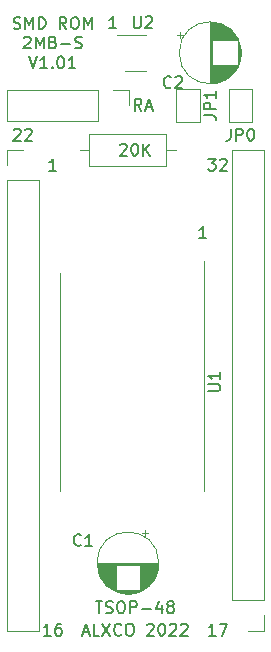
<source format=gbr>
%TF.GenerationSoftware,KiCad,Pcbnew,(5.1.7)-1*%
%TF.CreationDate,2022-07-11T22:21:29-03:00*%
%TF.ProjectId,ROMboard,524f4d62-6f61-4726-942e-6b696361645f,rev?*%
%TF.SameCoordinates,Original*%
%TF.FileFunction,Legend,Top*%
%TF.FilePolarity,Positive*%
%FSLAX46Y46*%
G04 Gerber Fmt 4.6, Leading zero omitted, Abs format (unit mm)*
G04 Created by KiCad (PCBNEW (5.1.7)-1) date 2022-07-11 22:21:29*
%MOMM*%
%LPD*%
G01*
G04 APERTURE LIST*
%ADD10C,0.150000*%
%ADD11C,0.120000*%
%ADD12C,0.100000*%
G04 APERTURE END LIST*
D10*
X38385714Y-44267380D02*
X37814285Y-44267380D01*
X38100000Y-44267380D02*
X38100000Y-43267380D01*
X38004761Y-43410238D01*
X37909523Y-43505476D01*
X37814285Y-43553095D01*
X38718095Y-54157619D02*
X38765714Y-54110000D01*
X38860952Y-54062380D01*
X39099047Y-54062380D01*
X39194285Y-54110000D01*
X39241904Y-54157619D01*
X39289523Y-54252857D01*
X39289523Y-54348095D01*
X39241904Y-54490952D01*
X38670476Y-55062380D01*
X39289523Y-55062380D01*
X39908571Y-54062380D02*
X40003809Y-54062380D01*
X40099047Y-54110000D01*
X40146666Y-54157619D01*
X40194285Y-54252857D01*
X40241904Y-54443333D01*
X40241904Y-54681428D01*
X40194285Y-54871904D01*
X40146666Y-54967142D01*
X40099047Y-55014761D01*
X40003809Y-55062380D01*
X39908571Y-55062380D01*
X39813333Y-55014761D01*
X39765714Y-54967142D01*
X39718095Y-54871904D01*
X39670476Y-54681428D01*
X39670476Y-54443333D01*
X39718095Y-54252857D01*
X39765714Y-54157619D01*
X39813333Y-54110000D01*
X39908571Y-54062380D01*
X40670476Y-55062380D02*
X40670476Y-54062380D01*
X41241904Y-55062380D02*
X40813333Y-54490952D01*
X41241904Y-54062380D02*
X40670476Y-54633809D01*
X35576428Y-95416666D02*
X36052619Y-95416666D01*
X35481190Y-95702380D02*
X35814523Y-94702380D01*
X36147857Y-95702380D01*
X36957380Y-95702380D02*
X36481190Y-95702380D01*
X36481190Y-94702380D01*
X37195476Y-94702380D02*
X37862142Y-95702380D01*
X37862142Y-94702380D02*
X37195476Y-95702380D01*
X38814523Y-95607142D02*
X38766904Y-95654761D01*
X38624047Y-95702380D01*
X38528809Y-95702380D01*
X38385952Y-95654761D01*
X38290714Y-95559523D01*
X38243095Y-95464285D01*
X38195476Y-95273809D01*
X38195476Y-95130952D01*
X38243095Y-94940476D01*
X38290714Y-94845238D01*
X38385952Y-94750000D01*
X38528809Y-94702380D01*
X38624047Y-94702380D01*
X38766904Y-94750000D01*
X38814523Y-94797619D01*
X39433571Y-94702380D02*
X39624047Y-94702380D01*
X39719285Y-94750000D01*
X39814523Y-94845238D01*
X39862142Y-95035714D01*
X39862142Y-95369047D01*
X39814523Y-95559523D01*
X39719285Y-95654761D01*
X39624047Y-95702380D01*
X39433571Y-95702380D01*
X39338333Y-95654761D01*
X39243095Y-95559523D01*
X39195476Y-95369047D01*
X39195476Y-95035714D01*
X39243095Y-94845238D01*
X39338333Y-94750000D01*
X39433571Y-94702380D01*
X41005000Y-94797619D02*
X41052619Y-94750000D01*
X41147857Y-94702380D01*
X41385952Y-94702380D01*
X41481190Y-94750000D01*
X41528809Y-94797619D01*
X41576428Y-94892857D01*
X41576428Y-94988095D01*
X41528809Y-95130952D01*
X40957380Y-95702380D01*
X41576428Y-95702380D01*
X42195476Y-94702380D02*
X42290714Y-94702380D01*
X42385952Y-94750000D01*
X42433571Y-94797619D01*
X42481190Y-94892857D01*
X42528809Y-95083333D01*
X42528809Y-95321428D01*
X42481190Y-95511904D01*
X42433571Y-95607142D01*
X42385952Y-95654761D01*
X42290714Y-95702380D01*
X42195476Y-95702380D01*
X42100238Y-95654761D01*
X42052619Y-95607142D01*
X42005000Y-95511904D01*
X41957380Y-95321428D01*
X41957380Y-95083333D01*
X42005000Y-94892857D01*
X42052619Y-94797619D01*
X42100238Y-94750000D01*
X42195476Y-94702380D01*
X42909761Y-94797619D02*
X42957380Y-94750000D01*
X43052619Y-94702380D01*
X43290714Y-94702380D01*
X43385952Y-94750000D01*
X43433571Y-94797619D01*
X43481190Y-94892857D01*
X43481190Y-94988095D01*
X43433571Y-95130952D01*
X42862142Y-95702380D01*
X43481190Y-95702380D01*
X43862142Y-94797619D02*
X43909761Y-94750000D01*
X44005000Y-94702380D01*
X44243095Y-94702380D01*
X44338333Y-94750000D01*
X44385952Y-94797619D01*
X44433571Y-94892857D01*
X44433571Y-94988095D01*
X44385952Y-95130952D01*
X43814523Y-95702380D01*
X44433571Y-95702380D01*
X31020000Y-46672380D02*
X31353333Y-47672380D01*
X31686666Y-46672380D01*
X32543809Y-47672380D02*
X31972380Y-47672380D01*
X32258095Y-47672380D02*
X32258095Y-46672380D01*
X32162857Y-46815238D01*
X32067619Y-46910476D01*
X31972380Y-46958095D01*
X32972380Y-47577142D02*
X33019999Y-47624761D01*
X32972380Y-47672380D01*
X32924761Y-47624761D01*
X32972380Y-47577142D01*
X32972380Y-47672380D01*
X33639047Y-46672380D02*
X33734285Y-46672380D01*
X33829523Y-46720000D01*
X33877142Y-46767619D01*
X33924761Y-46862857D01*
X33972380Y-47053333D01*
X33972380Y-47291428D01*
X33924761Y-47481904D01*
X33877142Y-47577142D01*
X33829523Y-47624761D01*
X33734285Y-47672380D01*
X33639047Y-47672380D01*
X33543809Y-47624761D01*
X33496190Y-47577142D01*
X33448571Y-47481904D01*
X33400952Y-47291428D01*
X33400952Y-47053333D01*
X33448571Y-46862857D01*
X33496190Y-46767619D01*
X33543809Y-46720000D01*
X33639047Y-46672380D01*
X34924761Y-47672380D02*
X34353333Y-47672380D01*
X34639047Y-47672380D02*
X34639047Y-46672380D01*
X34543809Y-46815238D01*
X34448571Y-46910476D01*
X34353333Y-46958095D01*
X36647857Y-92797380D02*
X37219285Y-92797380D01*
X36933571Y-93797380D02*
X36933571Y-92797380D01*
X37505000Y-93749761D02*
X37647857Y-93797380D01*
X37885952Y-93797380D01*
X37981190Y-93749761D01*
X38028809Y-93702142D01*
X38076428Y-93606904D01*
X38076428Y-93511666D01*
X38028809Y-93416428D01*
X37981190Y-93368809D01*
X37885952Y-93321190D01*
X37695476Y-93273571D01*
X37600238Y-93225952D01*
X37552619Y-93178333D01*
X37505000Y-93083095D01*
X37505000Y-92987857D01*
X37552619Y-92892619D01*
X37600238Y-92845000D01*
X37695476Y-92797380D01*
X37933571Y-92797380D01*
X38076428Y-92845000D01*
X38695476Y-92797380D02*
X38885952Y-92797380D01*
X38981190Y-92845000D01*
X39076428Y-92940238D01*
X39124047Y-93130714D01*
X39124047Y-93464047D01*
X39076428Y-93654523D01*
X38981190Y-93749761D01*
X38885952Y-93797380D01*
X38695476Y-93797380D01*
X38600238Y-93749761D01*
X38505000Y-93654523D01*
X38457380Y-93464047D01*
X38457380Y-93130714D01*
X38505000Y-92940238D01*
X38600238Y-92845000D01*
X38695476Y-92797380D01*
X39552619Y-93797380D02*
X39552619Y-92797380D01*
X39933571Y-92797380D01*
X40028809Y-92845000D01*
X40076428Y-92892619D01*
X40124047Y-92987857D01*
X40124047Y-93130714D01*
X40076428Y-93225952D01*
X40028809Y-93273571D01*
X39933571Y-93321190D01*
X39552619Y-93321190D01*
X40552619Y-93416428D02*
X41314523Y-93416428D01*
X42219285Y-93130714D02*
X42219285Y-93797380D01*
X41981190Y-92749761D02*
X41743095Y-93464047D01*
X42362142Y-93464047D01*
X42885952Y-93225952D02*
X42790714Y-93178333D01*
X42743095Y-93130714D01*
X42695476Y-93035476D01*
X42695476Y-92987857D01*
X42743095Y-92892619D01*
X42790714Y-92845000D01*
X42885952Y-92797380D01*
X43076428Y-92797380D01*
X43171666Y-92845000D01*
X43219285Y-92892619D01*
X43266904Y-92987857D01*
X43266904Y-93035476D01*
X43219285Y-93130714D01*
X43171666Y-93178333D01*
X43076428Y-93225952D01*
X42885952Y-93225952D01*
X42790714Y-93273571D01*
X42743095Y-93321190D01*
X42695476Y-93416428D01*
X42695476Y-93606904D01*
X42743095Y-93702142D01*
X42790714Y-93749761D01*
X42885952Y-93797380D01*
X43076428Y-93797380D01*
X43171666Y-93749761D01*
X43219285Y-93702142D01*
X43266904Y-93606904D01*
X43266904Y-93416428D01*
X43219285Y-93321190D01*
X43171666Y-93273571D01*
X43076428Y-93225952D01*
X40520952Y-51252380D02*
X40187619Y-50776190D01*
X39949523Y-51252380D02*
X39949523Y-50252380D01*
X40330476Y-50252380D01*
X40425714Y-50300000D01*
X40473333Y-50347619D01*
X40520952Y-50442857D01*
X40520952Y-50585714D01*
X40473333Y-50680952D01*
X40425714Y-50728571D01*
X40330476Y-50776190D01*
X39949523Y-50776190D01*
X40901904Y-50966666D02*
X41378095Y-50966666D01*
X40806666Y-51252380D02*
X41140000Y-50252380D01*
X41473333Y-51252380D01*
X29718095Y-52887619D02*
X29765714Y-52840000D01*
X29860952Y-52792380D01*
X30099047Y-52792380D01*
X30194285Y-52840000D01*
X30241904Y-52887619D01*
X30289523Y-52982857D01*
X30289523Y-53078095D01*
X30241904Y-53220952D01*
X29670476Y-53792380D01*
X30289523Y-53792380D01*
X30670476Y-52887619D02*
X30718095Y-52840000D01*
X30813333Y-52792380D01*
X31051428Y-52792380D01*
X31146666Y-52840000D01*
X31194285Y-52887619D01*
X31241904Y-52982857D01*
X31241904Y-53078095D01*
X31194285Y-53220952D01*
X30622857Y-53792380D01*
X31241904Y-53792380D01*
X46005714Y-62047380D02*
X45434285Y-62047380D01*
X45720000Y-62047380D02*
X45720000Y-61047380D01*
X45624761Y-61190238D01*
X45529523Y-61285476D01*
X45434285Y-61333095D01*
X46799523Y-95702380D02*
X46228095Y-95702380D01*
X46513809Y-95702380D02*
X46513809Y-94702380D01*
X46418571Y-94845238D01*
X46323333Y-94940476D01*
X46228095Y-94988095D01*
X47132857Y-94702380D02*
X47799523Y-94702380D01*
X47370952Y-95702380D01*
X32829523Y-95702380D02*
X32258095Y-95702380D01*
X32543809Y-95702380D02*
X32543809Y-94702380D01*
X32448571Y-94845238D01*
X32353333Y-94940476D01*
X32258095Y-94988095D01*
X33686666Y-94702380D02*
X33496190Y-94702380D01*
X33400952Y-94750000D01*
X33353333Y-94797619D01*
X33258095Y-94940476D01*
X33210476Y-95130952D01*
X33210476Y-95511904D01*
X33258095Y-95607142D01*
X33305714Y-95654761D01*
X33400952Y-95702380D01*
X33591428Y-95702380D01*
X33686666Y-95654761D01*
X33734285Y-95607142D01*
X33781904Y-95511904D01*
X33781904Y-95273809D01*
X33734285Y-95178571D01*
X33686666Y-95130952D01*
X33591428Y-95083333D01*
X33400952Y-95083333D01*
X33305714Y-95130952D01*
X33258095Y-95178571D01*
X33210476Y-95273809D01*
X46180476Y-55332380D02*
X46799523Y-55332380D01*
X46466190Y-55713333D01*
X46609047Y-55713333D01*
X46704285Y-55760952D01*
X46751904Y-55808571D01*
X46799523Y-55903809D01*
X46799523Y-56141904D01*
X46751904Y-56237142D01*
X46704285Y-56284761D01*
X46609047Y-56332380D01*
X46323333Y-56332380D01*
X46228095Y-56284761D01*
X46180476Y-56237142D01*
X47180476Y-55427619D02*
X47228095Y-55380000D01*
X47323333Y-55332380D01*
X47561428Y-55332380D01*
X47656666Y-55380000D01*
X47704285Y-55427619D01*
X47751904Y-55522857D01*
X47751904Y-55618095D01*
X47704285Y-55760952D01*
X47132857Y-56332380D01*
X47751904Y-56332380D01*
X33305714Y-56332380D02*
X32734285Y-56332380D01*
X33020000Y-56332380D02*
X33020000Y-55332380D01*
X32924761Y-55475238D01*
X32829523Y-55570476D01*
X32734285Y-55618095D01*
X29686666Y-44283761D02*
X29829523Y-44331380D01*
X30067619Y-44331380D01*
X30162857Y-44283761D01*
X30210476Y-44236142D01*
X30258095Y-44140904D01*
X30258095Y-44045666D01*
X30210476Y-43950428D01*
X30162857Y-43902809D01*
X30067619Y-43855190D01*
X29877142Y-43807571D01*
X29781904Y-43759952D01*
X29734285Y-43712333D01*
X29686666Y-43617095D01*
X29686666Y-43521857D01*
X29734285Y-43426619D01*
X29781904Y-43379000D01*
X29877142Y-43331380D01*
X30115238Y-43331380D01*
X30258095Y-43379000D01*
X30686666Y-44331380D02*
X30686666Y-43331380D01*
X31020000Y-44045666D01*
X31353333Y-43331380D01*
X31353333Y-44331380D01*
X31829523Y-44331380D02*
X31829523Y-43331380D01*
X32067619Y-43331380D01*
X32210476Y-43379000D01*
X32305714Y-43474238D01*
X32353333Y-43569476D01*
X32400952Y-43759952D01*
X32400952Y-43902809D01*
X32353333Y-44093285D01*
X32305714Y-44188523D01*
X32210476Y-44283761D01*
X32067619Y-44331380D01*
X31829523Y-44331380D01*
X34162857Y-44331380D02*
X33829523Y-43855190D01*
X33591428Y-44331380D02*
X33591428Y-43331380D01*
X33972380Y-43331380D01*
X34067619Y-43379000D01*
X34115238Y-43426619D01*
X34162857Y-43521857D01*
X34162857Y-43664714D01*
X34115238Y-43759952D01*
X34067619Y-43807571D01*
X33972380Y-43855190D01*
X33591428Y-43855190D01*
X34781904Y-43331380D02*
X34972380Y-43331380D01*
X35067619Y-43379000D01*
X35162857Y-43474238D01*
X35210476Y-43664714D01*
X35210476Y-43998047D01*
X35162857Y-44188523D01*
X35067619Y-44283761D01*
X34972380Y-44331380D01*
X34781904Y-44331380D01*
X34686666Y-44283761D01*
X34591428Y-44188523D01*
X34543809Y-43998047D01*
X34543809Y-43664714D01*
X34591428Y-43474238D01*
X34686666Y-43379000D01*
X34781904Y-43331380D01*
X35639047Y-44331380D02*
X35639047Y-43331380D01*
X35972380Y-44045666D01*
X36305714Y-43331380D01*
X36305714Y-44331380D01*
X30567619Y-45076619D02*
X30615238Y-45029000D01*
X30710476Y-44981380D01*
X30948571Y-44981380D01*
X31043809Y-45029000D01*
X31091428Y-45076619D01*
X31139047Y-45171857D01*
X31139047Y-45267095D01*
X31091428Y-45409952D01*
X30520000Y-45981380D01*
X31139047Y-45981380D01*
X31567619Y-45981380D02*
X31567619Y-44981380D01*
X31900952Y-45695666D01*
X32234285Y-44981380D01*
X32234285Y-45981380D01*
X33043809Y-45457571D02*
X33186666Y-45505190D01*
X33234285Y-45552809D01*
X33281904Y-45648047D01*
X33281904Y-45790904D01*
X33234285Y-45886142D01*
X33186666Y-45933761D01*
X33091428Y-45981380D01*
X32710476Y-45981380D01*
X32710476Y-44981380D01*
X33043809Y-44981380D01*
X33139047Y-45029000D01*
X33186666Y-45076619D01*
X33234285Y-45171857D01*
X33234285Y-45267095D01*
X33186666Y-45362333D01*
X33139047Y-45409952D01*
X33043809Y-45457571D01*
X32710476Y-45457571D01*
X33710476Y-45600428D02*
X34472380Y-45600428D01*
X34900952Y-45933761D02*
X35043809Y-45981380D01*
X35281904Y-45981380D01*
X35377142Y-45933761D01*
X35424761Y-45886142D01*
X35472380Y-45790904D01*
X35472380Y-45695666D01*
X35424761Y-45600428D01*
X35377142Y-45552809D01*
X35281904Y-45505190D01*
X35091428Y-45457571D01*
X34996190Y-45409952D01*
X34948571Y-45362333D01*
X34900952Y-45267095D01*
X34900952Y-45171857D01*
X34948571Y-45076619D01*
X34996190Y-45029000D01*
X35091428Y-44981380D01*
X35329523Y-44981380D01*
X35472380Y-45029000D01*
D11*
%TO.C,C2*%
X43780225Y-44630000D02*
X43780225Y-45130000D01*
X43530225Y-44880000D02*
X44030225Y-44880000D01*
X48936000Y-46071000D02*
X48936000Y-46639000D01*
X48896000Y-45837000D02*
X48896000Y-46873000D01*
X48856000Y-45678000D02*
X48856000Y-47032000D01*
X48816000Y-45550000D02*
X48816000Y-47160000D01*
X48776000Y-45440000D02*
X48776000Y-47270000D01*
X48736000Y-45344000D02*
X48736000Y-47366000D01*
X48696000Y-45257000D02*
X48696000Y-47453000D01*
X48656000Y-45177000D02*
X48656000Y-47533000D01*
X48616000Y-47395000D02*
X48616000Y-47606000D01*
X48616000Y-45104000D02*
X48616000Y-45315000D01*
X48576000Y-47395000D02*
X48576000Y-47674000D01*
X48576000Y-45036000D02*
X48576000Y-45315000D01*
X48536000Y-47395000D02*
X48536000Y-47738000D01*
X48536000Y-44972000D02*
X48536000Y-45315000D01*
X48496000Y-47395000D02*
X48496000Y-47798000D01*
X48496000Y-44912000D02*
X48496000Y-45315000D01*
X48456000Y-47395000D02*
X48456000Y-47855000D01*
X48456000Y-44855000D02*
X48456000Y-45315000D01*
X48416000Y-47395000D02*
X48416000Y-47909000D01*
X48416000Y-44801000D02*
X48416000Y-45315000D01*
X48376000Y-47395000D02*
X48376000Y-47960000D01*
X48376000Y-44750000D02*
X48376000Y-45315000D01*
X48336000Y-47395000D02*
X48336000Y-48008000D01*
X48336000Y-44702000D02*
X48336000Y-45315000D01*
X48296000Y-47395000D02*
X48296000Y-48054000D01*
X48296000Y-44656000D02*
X48296000Y-45315000D01*
X48256000Y-47395000D02*
X48256000Y-48098000D01*
X48256000Y-44612000D02*
X48256000Y-45315000D01*
X48216000Y-47395000D02*
X48216000Y-48140000D01*
X48216000Y-44570000D02*
X48216000Y-45315000D01*
X48176000Y-47395000D02*
X48176000Y-48181000D01*
X48176000Y-44529000D02*
X48176000Y-45315000D01*
X48136000Y-47395000D02*
X48136000Y-48219000D01*
X48136000Y-44491000D02*
X48136000Y-45315000D01*
X48096000Y-47395000D02*
X48096000Y-48256000D01*
X48096000Y-44454000D02*
X48096000Y-45315000D01*
X48056000Y-47395000D02*
X48056000Y-48292000D01*
X48056000Y-44418000D02*
X48056000Y-45315000D01*
X48016000Y-47395000D02*
X48016000Y-48326000D01*
X48016000Y-44384000D02*
X48016000Y-45315000D01*
X47976000Y-47395000D02*
X47976000Y-48359000D01*
X47976000Y-44351000D02*
X47976000Y-45315000D01*
X47936000Y-47395000D02*
X47936000Y-48390000D01*
X47936000Y-44320000D02*
X47936000Y-45315000D01*
X47896000Y-47395000D02*
X47896000Y-48420000D01*
X47896000Y-44290000D02*
X47896000Y-45315000D01*
X47856000Y-47395000D02*
X47856000Y-48450000D01*
X47856000Y-44260000D02*
X47856000Y-45315000D01*
X47816000Y-47395000D02*
X47816000Y-48477000D01*
X47816000Y-44233000D02*
X47816000Y-45315000D01*
X47776000Y-47395000D02*
X47776000Y-48504000D01*
X47776000Y-44206000D02*
X47776000Y-45315000D01*
X47736000Y-47395000D02*
X47736000Y-48530000D01*
X47736000Y-44180000D02*
X47736000Y-45315000D01*
X47696000Y-47395000D02*
X47696000Y-48555000D01*
X47696000Y-44155000D02*
X47696000Y-45315000D01*
X47656000Y-47395000D02*
X47656000Y-48579000D01*
X47656000Y-44131000D02*
X47656000Y-45315000D01*
X47616000Y-47395000D02*
X47616000Y-48602000D01*
X47616000Y-44108000D02*
X47616000Y-45315000D01*
X47576000Y-47395000D02*
X47576000Y-48623000D01*
X47576000Y-44087000D02*
X47576000Y-45315000D01*
X47536000Y-47395000D02*
X47536000Y-48645000D01*
X47536000Y-44065000D02*
X47536000Y-45315000D01*
X47496000Y-47395000D02*
X47496000Y-48665000D01*
X47496000Y-44045000D02*
X47496000Y-45315000D01*
X47456000Y-47395000D02*
X47456000Y-48684000D01*
X47456000Y-44026000D02*
X47456000Y-45315000D01*
X47416000Y-47395000D02*
X47416000Y-48703000D01*
X47416000Y-44007000D02*
X47416000Y-45315000D01*
X47376000Y-47395000D02*
X47376000Y-48720000D01*
X47376000Y-43990000D02*
X47376000Y-45315000D01*
X47336000Y-47395000D02*
X47336000Y-48737000D01*
X47336000Y-43973000D02*
X47336000Y-45315000D01*
X47296000Y-47395000D02*
X47296000Y-48753000D01*
X47296000Y-43957000D02*
X47296000Y-45315000D01*
X47256000Y-47395000D02*
X47256000Y-48769000D01*
X47256000Y-43941000D02*
X47256000Y-45315000D01*
X47216000Y-47395000D02*
X47216000Y-48783000D01*
X47216000Y-43927000D02*
X47216000Y-45315000D01*
X47176000Y-47395000D02*
X47176000Y-48797000D01*
X47176000Y-43913000D02*
X47176000Y-45315000D01*
X47136000Y-47395000D02*
X47136000Y-48810000D01*
X47136000Y-43900000D02*
X47136000Y-45315000D01*
X47096000Y-47395000D02*
X47096000Y-48823000D01*
X47096000Y-43887000D02*
X47096000Y-45315000D01*
X47056000Y-47395000D02*
X47056000Y-48835000D01*
X47056000Y-43875000D02*
X47056000Y-45315000D01*
X47015000Y-47395000D02*
X47015000Y-48846000D01*
X47015000Y-43864000D02*
X47015000Y-45315000D01*
X46975000Y-47395000D02*
X46975000Y-48856000D01*
X46975000Y-43854000D02*
X46975000Y-45315000D01*
X46935000Y-47395000D02*
X46935000Y-48866000D01*
X46935000Y-43844000D02*
X46935000Y-45315000D01*
X46895000Y-47395000D02*
X46895000Y-48875000D01*
X46895000Y-43835000D02*
X46895000Y-45315000D01*
X46855000Y-47395000D02*
X46855000Y-48883000D01*
X46855000Y-43827000D02*
X46855000Y-45315000D01*
X46815000Y-47395000D02*
X46815000Y-48891000D01*
X46815000Y-43819000D02*
X46815000Y-45315000D01*
X46775000Y-47395000D02*
X46775000Y-48898000D01*
X46775000Y-43812000D02*
X46775000Y-45315000D01*
X46735000Y-47395000D02*
X46735000Y-48905000D01*
X46735000Y-43805000D02*
X46735000Y-45315000D01*
X46695000Y-47395000D02*
X46695000Y-48911000D01*
X46695000Y-43799000D02*
X46695000Y-45315000D01*
X46655000Y-47395000D02*
X46655000Y-48916000D01*
X46655000Y-43794000D02*
X46655000Y-45315000D01*
X46615000Y-47395000D02*
X46615000Y-48920000D01*
X46615000Y-43790000D02*
X46615000Y-45315000D01*
X46575000Y-47395000D02*
X46575000Y-48924000D01*
X46575000Y-43786000D02*
X46575000Y-45315000D01*
X46535000Y-43782000D02*
X46535000Y-48928000D01*
X46495000Y-43779000D02*
X46495000Y-48931000D01*
X46455000Y-43777000D02*
X46455000Y-48933000D01*
X46415000Y-43776000D02*
X46415000Y-48934000D01*
X46375000Y-43775000D02*
X46375000Y-48935000D01*
X46335000Y-43775000D02*
X46335000Y-48935000D01*
X48955000Y-46355000D02*
G75*
G03*
X48955000Y-46355000I-2620000J0D01*
G01*
%TO.C,U2*%
X40885000Y-44845000D02*
X38455000Y-44845000D01*
X39125000Y-47915000D02*
X40885000Y-47915000D01*
%TO.C,JP1*%
X45450000Y-49400000D02*
X45450000Y-52200000D01*
X45450000Y-52200000D02*
X43450000Y-52200000D01*
X43450000Y-52200000D02*
X43450000Y-49400000D01*
X43450000Y-49400000D02*
X45450000Y-49400000D01*
%TO.C,JP0*%
X49895000Y-49385000D02*
X49895000Y-52185000D01*
X49895000Y-52185000D02*
X47895000Y-52185000D01*
X47895000Y-52185000D02*
X47895000Y-49385000D01*
X47895000Y-49385000D02*
X49895000Y-49385000D01*
%TO.C,C1*%
X41095000Y-87000225D02*
X40595000Y-87000225D01*
X40845000Y-86750225D02*
X40845000Y-87250225D01*
X39654000Y-92156000D02*
X39086000Y-92156000D01*
X39888000Y-92116000D02*
X38852000Y-92116000D01*
X40047000Y-92076000D02*
X38693000Y-92076000D01*
X40175000Y-92036000D02*
X38565000Y-92036000D01*
X40285000Y-91996000D02*
X38455000Y-91996000D01*
X40381000Y-91956000D02*
X38359000Y-91956000D01*
X40468000Y-91916000D02*
X38272000Y-91916000D01*
X40548000Y-91876000D02*
X38192000Y-91876000D01*
X38330000Y-91836000D02*
X38119000Y-91836000D01*
X40621000Y-91836000D02*
X40410000Y-91836000D01*
X38330000Y-91796000D02*
X38051000Y-91796000D01*
X40689000Y-91796000D02*
X40410000Y-91796000D01*
X38330000Y-91756000D02*
X37987000Y-91756000D01*
X40753000Y-91756000D02*
X40410000Y-91756000D01*
X38330000Y-91716000D02*
X37927000Y-91716000D01*
X40813000Y-91716000D02*
X40410000Y-91716000D01*
X38330000Y-91676000D02*
X37870000Y-91676000D01*
X40870000Y-91676000D02*
X40410000Y-91676000D01*
X38330000Y-91636000D02*
X37816000Y-91636000D01*
X40924000Y-91636000D02*
X40410000Y-91636000D01*
X38330000Y-91596000D02*
X37765000Y-91596000D01*
X40975000Y-91596000D02*
X40410000Y-91596000D01*
X38330000Y-91556000D02*
X37717000Y-91556000D01*
X41023000Y-91556000D02*
X40410000Y-91556000D01*
X38330000Y-91516000D02*
X37671000Y-91516000D01*
X41069000Y-91516000D02*
X40410000Y-91516000D01*
X38330000Y-91476000D02*
X37627000Y-91476000D01*
X41113000Y-91476000D02*
X40410000Y-91476000D01*
X38330000Y-91436000D02*
X37585000Y-91436000D01*
X41155000Y-91436000D02*
X40410000Y-91436000D01*
X38330000Y-91396000D02*
X37544000Y-91396000D01*
X41196000Y-91396000D02*
X40410000Y-91396000D01*
X38330000Y-91356000D02*
X37506000Y-91356000D01*
X41234000Y-91356000D02*
X40410000Y-91356000D01*
X38330000Y-91316000D02*
X37469000Y-91316000D01*
X41271000Y-91316000D02*
X40410000Y-91316000D01*
X38330000Y-91276000D02*
X37433000Y-91276000D01*
X41307000Y-91276000D02*
X40410000Y-91276000D01*
X38330000Y-91236000D02*
X37399000Y-91236000D01*
X41341000Y-91236000D02*
X40410000Y-91236000D01*
X38330000Y-91196000D02*
X37366000Y-91196000D01*
X41374000Y-91196000D02*
X40410000Y-91196000D01*
X38330000Y-91156000D02*
X37335000Y-91156000D01*
X41405000Y-91156000D02*
X40410000Y-91156000D01*
X38330000Y-91116000D02*
X37305000Y-91116000D01*
X41435000Y-91116000D02*
X40410000Y-91116000D01*
X38330000Y-91076000D02*
X37275000Y-91076000D01*
X41465000Y-91076000D02*
X40410000Y-91076000D01*
X38330000Y-91036000D02*
X37248000Y-91036000D01*
X41492000Y-91036000D02*
X40410000Y-91036000D01*
X38330000Y-90996000D02*
X37221000Y-90996000D01*
X41519000Y-90996000D02*
X40410000Y-90996000D01*
X38330000Y-90956000D02*
X37195000Y-90956000D01*
X41545000Y-90956000D02*
X40410000Y-90956000D01*
X38330000Y-90916000D02*
X37170000Y-90916000D01*
X41570000Y-90916000D02*
X40410000Y-90916000D01*
X38330000Y-90876000D02*
X37146000Y-90876000D01*
X41594000Y-90876000D02*
X40410000Y-90876000D01*
X38330000Y-90836000D02*
X37123000Y-90836000D01*
X41617000Y-90836000D02*
X40410000Y-90836000D01*
X38330000Y-90796000D02*
X37102000Y-90796000D01*
X41638000Y-90796000D02*
X40410000Y-90796000D01*
X38330000Y-90756000D02*
X37080000Y-90756000D01*
X41660000Y-90756000D02*
X40410000Y-90756000D01*
X38330000Y-90716000D02*
X37060000Y-90716000D01*
X41680000Y-90716000D02*
X40410000Y-90716000D01*
X38330000Y-90676000D02*
X37041000Y-90676000D01*
X41699000Y-90676000D02*
X40410000Y-90676000D01*
X38330000Y-90636000D02*
X37022000Y-90636000D01*
X41718000Y-90636000D02*
X40410000Y-90636000D01*
X38330000Y-90596000D02*
X37005000Y-90596000D01*
X41735000Y-90596000D02*
X40410000Y-90596000D01*
X38330000Y-90556000D02*
X36988000Y-90556000D01*
X41752000Y-90556000D02*
X40410000Y-90556000D01*
X38330000Y-90516000D02*
X36972000Y-90516000D01*
X41768000Y-90516000D02*
X40410000Y-90516000D01*
X38330000Y-90476000D02*
X36956000Y-90476000D01*
X41784000Y-90476000D02*
X40410000Y-90476000D01*
X38330000Y-90436000D02*
X36942000Y-90436000D01*
X41798000Y-90436000D02*
X40410000Y-90436000D01*
X38330000Y-90396000D02*
X36928000Y-90396000D01*
X41812000Y-90396000D02*
X40410000Y-90396000D01*
X38330000Y-90356000D02*
X36915000Y-90356000D01*
X41825000Y-90356000D02*
X40410000Y-90356000D01*
X38330000Y-90316000D02*
X36902000Y-90316000D01*
X41838000Y-90316000D02*
X40410000Y-90316000D01*
X38330000Y-90276000D02*
X36890000Y-90276000D01*
X41850000Y-90276000D02*
X40410000Y-90276000D01*
X38330000Y-90235000D02*
X36879000Y-90235000D01*
X41861000Y-90235000D02*
X40410000Y-90235000D01*
X38330000Y-90195000D02*
X36869000Y-90195000D01*
X41871000Y-90195000D02*
X40410000Y-90195000D01*
X38330000Y-90155000D02*
X36859000Y-90155000D01*
X41881000Y-90155000D02*
X40410000Y-90155000D01*
X38330000Y-90115000D02*
X36850000Y-90115000D01*
X41890000Y-90115000D02*
X40410000Y-90115000D01*
X38330000Y-90075000D02*
X36842000Y-90075000D01*
X41898000Y-90075000D02*
X40410000Y-90075000D01*
X38330000Y-90035000D02*
X36834000Y-90035000D01*
X41906000Y-90035000D02*
X40410000Y-90035000D01*
X38330000Y-89995000D02*
X36827000Y-89995000D01*
X41913000Y-89995000D02*
X40410000Y-89995000D01*
X38330000Y-89955000D02*
X36820000Y-89955000D01*
X41920000Y-89955000D02*
X40410000Y-89955000D01*
X38330000Y-89915000D02*
X36814000Y-89915000D01*
X41926000Y-89915000D02*
X40410000Y-89915000D01*
X38330000Y-89875000D02*
X36809000Y-89875000D01*
X41931000Y-89875000D02*
X40410000Y-89875000D01*
X38330000Y-89835000D02*
X36805000Y-89835000D01*
X41935000Y-89835000D02*
X40410000Y-89835000D01*
X38330000Y-89795000D02*
X36801000Y-89795000D01*
X41939000Y-89795000D02*
X40410000Y-89795000D01*
X41943000Y-89755000D02*
X36797000Y-89755000D01*
X41946000Y-89715000D02*
X36794000Y-89715000D01*
X41948000Y-89675000D02*
X36792000Y-89675000D01*
X41949000Y-89635000D02*
X36791000Y-89635000D01*
X41950000Y-89595000D02*
X36790000Y-89595000D01*
X41950000Y-89555000D02*
X36790000Y-89555000D01*
X41990000Y-89555000D02*
G75*
G03*
X41990000Y-89555000I-2620000J0D01*
G01*
D12*
%TO.C,U1*%
X45850000Y-83420000D02*
X45850000Y-64020000D01*
D11*
X33610000Y-65020000D02*
X33610000Y-83420000D01*
%TO.C,R1*%
X35330000Y-54610000D02*
X36100000Y-54610000D01*
X43410000Y-54610000D02*
X42640000Y-54610000D01*
X36100000Y-55980000D02*
X42640000Y-55980000D01*
X36100000Y-53240000D02*
X36100000Y-55980000D01*
X42640000Y-53240000D02*
X36100000Y-53240000D01*
X42640000Y-55980000D02*
X42640000Y-53240000D01*
%TO.C,J2*%
X39430000Y-49470000D02*
X39430000Y-50800000D01*
X38100000Y-49470000D02*
X39430000Y-49470000D01*
X36830000Y-49470000D02*
X36830000Y-52130000D01*
X36830000Y-52130000D02*
X29150000Y-52130000D01*
X36830000Y-49470000D02*
X29150000Y-49470000D01*
X29150000Y-49470000D02*
X29150000Y-52130000D01*
%TO.C,J1*%
X50860000Y-95310000D02*
X49530000Y-95310000D01*
X50860000Y-93980000D02*
X50860000Y-95310000D01*
X50860000Y-92710000D02*
X48200000Y-92710000D01*
X48200000Y-92710000D02*
X48200000Y-54550000D01*
X50860000Y-92710000D02*
X50860000Y-54550000D01*
X50860000Y-54550000D02*
X48200000Y-54550000D01*
%TO.C,J0*%
X29150000Y-54550000D02*
X30480000Y-54550000D01*
X29150000Y-55880000D02*
X29150000Y-54550000D01*
X29150000Y-57150000D02*
X31810000Y-57150000D01*
X31810000Y-57150000D02*
X31810000Y-95310000D01*
X29150000Y-57150000D02*
X29150000Y-95310000D01*
X29150000Y-95310000D02*
X31810000Y-95310000D01*
%TO.C,C2*%
D10*
X43013333Y-49252142D02*
X42965714Y-49299761D01*
X42822857Y-49347380D01*
X42727619Y-49347380D01*
X42584761Y-49299761D01*
X42489523Y-49204523D01*
X42441904Y-49109285D01*
X42394285Y-48918809D01*
X42394285Y-48775952D01*
X42441904Y-48585476D01*
X42489523Y-48490238D01*
X42584761Y-48395000D01*
X42727619Y-48347380D01*
X42822857Y-48347380D01*
X42965714Y-48395000D01*
X43013333Y-48442619D01*
X43394285Y-48442619D02*
X43441904Y-48395000D01*
X43537142Y-48347380D01*
X43775238Y-48347380D01*
X43870476Y-48395000D01*
X43918095Y-48442619D01*
X43965714Y-48537857D01*
X43965714Y-48633095D01*
X43918095Y-48775952D01*
X43346666Y-49347380D01*
X43965714Y-49347380D01*
%TO.C,U2*%
X39878095Y-43267380D02*
X39878095Y-44076904D01*
X39925714Y-44172142D01*
X39973333Y-44219761D01*
X40068571Y-44267380D01*
X40259047Y-44267380D01*
X40354285Y-44219761D01*
X40401904Y-44172142D01*
X40449523Y-44076904D01*
X40449523Y-43267380D01*
X40878095Y-43362619D02*
X40925714Y-43315000D01*
X41020952Y-43267380D01*
X41259047Y-43267380D01*
X41354285Y-43315000D01*
X41401904Y-43362619D01*
X41449523Y-43457857D01*
X41449523Y-43553095D01*
X41401904Y-43695952D01*
X40830476Y-44267380D01*
X41449523Y-44267380D01*
%TO.C,JP1*%
X45807380Y-51633333D02*
X46521666Y-51633333D01*
X46664523Y-51680952D01*
X46759761Y-51776190D01*
X46807380Y-51919047D01*
X46807380Y-52014285D01*
X46807380Y-51157142D02*
X45807380Y-51157142D01*
X45807380Y-50776190D01*
X45855000Y-50680952D01*
X45902619Y-50633333D01*
X45997857Y-50585714D01*
X46140714Y-50585714D01*
X46235952Y-50633333D01*
X46283571Y-50680952D01*
X46331190Y-50776190D01*
X46331190Y-51157142D01*
X46807380Y-49633333D02*
X46807380Y-50204761D01*
X46807380Y-49919047D02*
X45807380Y-49919047D01*
X45950238Y-50014285D01*
X46045476Y-50109523D01*
X46093095Y-50204761D01*
%TO.C,JP0*%
X48061666Y-52792380D02*
X48061666Y-53506666D01*
X48014047Y-53649523D01*
X47918809Y-53744761D01*
X47775952Y-53792380D01*
X47680714Y-53792380D01*
X48537857Y-53792380D02*
X48537857Y-52792380D01*
X48918809Y-52792380D01*
X49014047Y-52840000D01*
X49061666Y-52887619D01*
X49109285Y-52982857D01*
X49109285Y-53125714D01*
X49061666Y-53220952D01*
X49014047Y-53268571D01*
X48918809Y-53316190D01*
X48537857Y-53316190D01*
X49728333Y-52792380D02*
X49823571Y-52792380D01*
X49918809Y-52840000D01*
X49966428Y-52887619D01*
X50014047Y-52982857D01*
X50061666Y-53173333D01*
X50061666Y-53411428D01*
X50014047Y-53601904D01*
X49966428Y-53697142D01*
X49918809Y-53744761D01*
X49823571Y-53792380D01*
X49728333Y-53792380D01*
X49633095Y-53744761D01*
X49585476Y-53697142D01*
X49537857Y-53601904D01*
X49490238Y-53411428D01*
X49490238Y-53173333D01*
X49537857Y-52982857D01*
X49585476Y-52887619D01*
X49633095Y-52840000D01*
X49728333Y-52792380D01*
%TO.C,C1*%
X35393333Y-88027142D02*
X35345714Y-88074761D01*
X35202857Y-88122380D01*
X35107619Y-88122380D01*
X34964761Y-88074761D01*
X34869523Y-87979523D01*
X34821904Y-87884285D01*
X34774285Y-87693809D01*
X34774285Y-87550952D01*
X34821904Y-87360476D01*
X34869523Y-87265238D01*
X34964761Y-87170000D01*
X35107619Y-87122380D01*
X35202857Y-87122380D01*
X35345714Y-87170000D01*
X35393333Y-87217619D01*
X36345714Y-88122380D02*
X35774285Y-88122380D01*
X36060000Y-88122380D02*
X36060000Y-87122380D01*
X35964761Y-87265238D01*
X35869523Y-87360476D01*
X35774285Y-87408095D01*
%TO.C,U1*%
X46182380Y-74981904D02*
X46991904Y-74981904D01*
X47087142Y-74934285D01*
X47134761Y-74886666D01*
X47182380Y-74791428D01*
X47182380Y-74600952D01*
X47134761Y-74505714D01*
X47087142Y-74458095D01*
X46991904Y-74410476D01*
X46182380Y-74410476D01*
X47182380Y-73410476D02*
X47182380Y-73981904D01*
X47182380Y-73696190D02*
X46182380Y-73696190D01*
X46325238Y-73791428D01*
X46420476Y-73886666D01*
X46468095Y-73981904D01*
%TD*%
M02*

</source>
